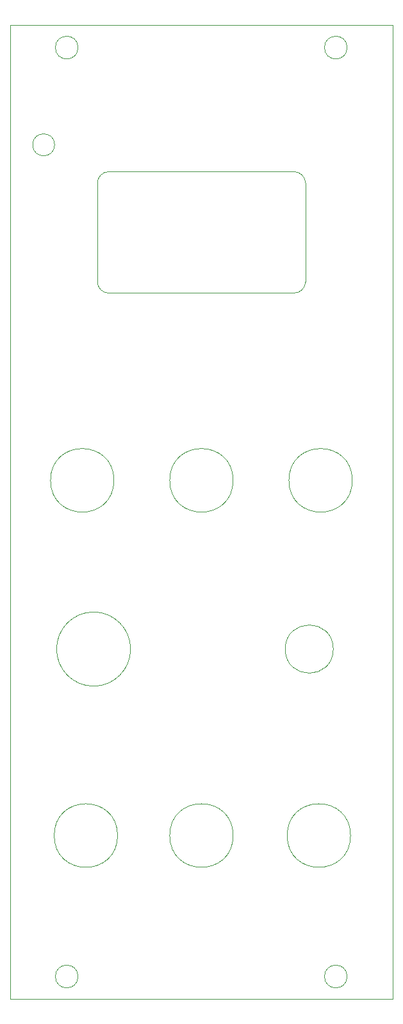
<source format=gm1>
G04 #@! TF.GenerationSoftware,KiCad,Pcbnew,8.0.5*
G04 #@! TF.CreationDate,2024-09-25T17:40:01-05:00*
G04 #@! TF.ProjectId,Front Panel,46726f6e-7420-4506-916e-656c2e6b6963,rev?*
G04 #@! TF.SameCoordinates,Original*
G04 #@! TF.FileFunction,Profile,NP*
%FSLAX46Y46*%
G04 Gerber Fmt 4.6, Leading zero omitted, Abs format (unit mm)*
G04 Created by KiCad (PCBNEW 8.0.5) date 2024-09-25 17:40:01*
%MOMM*%
%LPD*%
G01*
G04 APERTURE LIST*
G04 #@! TA.AperFunction,Profile*
%ADD10C,0.100000*%
G04 #@! TD*
G04 APERTURE END LIST*
D10*
X60051100Y-59373600D02*
X60051100Y-46373600D01*
X60051100Y-46373600D02*
G75*
G02*
X61551100Y-44873600I1500000J0D01*
G01*
X61551100Y-44873600D02*
X86051100Y-44873600D01*
X86051100Y-44873600D02*
G75*
G02*
X87551100Y-46373600I0J-1500000D01*
G01*
X87551100Y-46373600D02*
X87551100Y-59373600D01*
X87551100Y-59373600D02*
G75*
G02*
X86051100Y-60873600I-1500000J0D01*
G01*
X86051100Y-60873600D02*
X61551100Y-60873600D01*
X61551100Y-60873600D02*
G75*
G02*
X60051100Y-59373600I0J1500000D01*
G01*
X91226100Y-107823600D02*
G75*
G02*
X84876100Y-107823600I-3175000J0D01*
G01*
X84876100Y-107823600D02*
G75*
G02*
X91226100Y-107823600I3175000J0D01*
G01*
X64441100Y-107823600D02*
G75*
G02*
X54661100Y-107823600I-4890000J0D01*
G01*
X54661100Y-107823600D02*
G75*
G02*
X64441100Y-107823600I4890000J0D01*
G01*
X93511100Y-132413600D02*
G75*
G02*
X85131100Y-132413600I-4190000J0D01*
G01*
X85131100Y-132413600D02*
G75*
G02*
X93511100Y-132413600I4190000J0D01*
G01*
X77991100Y-132413600D02*
G75*
G02*
X69611100Y-132413600I-4190000J0D01*
G01*
X69611100Y-132413600D02*
G75*
G02*
X77991100Y-132413600I4190000J0D01*
G01*
X62721100Y-132413600D02*
G75*
G02*
X54341100Y-132413600I-4190000J0D01*
G01*
X54341100Y-132413600D02*
G75*
G02*
X62721100Y-132413600I4190000J0D01*
G01*
X93741100Y-85573600D02*
G75*
G02*
X85361100Y-85573600I-4190000J0D01*
G01*
X85361100Y-85573600D02*
G75*
G02*
X93741100Y-85573600I4190000J0D01*
G01*
X77991100Y-85573600D02*
G75*
G02*
X69611100Y-85573600I-4190000J0D01*
G01*
X69611100Y-85573600D02*
G75*
G02*
X77991100Y-85573600I4190000J0D01*
G01*
X62241100Y-85573600D02*
G75*
G02*
X53861100Y-85573600I-4190000J0D01*
G01*
X53861100Y-85573600D02*
G75*
G02*
X62241100Y-85573600I4190000J0D01*
G01*
X54401100Y-41323600D02*
G75*
G02*
X51501100Y-41323600I-1450000J0D01*
G01*
X51501100Y-41323600D02*
G75*
G02*
X54401100Y-41323600I1450000J0D01*
G01*
X93061100Y-28500000D02*
G75*
G02*
X90061100Y-28500000I-1500000J0D01*
G01*
X90061100Y-28500000D02*
G75*
G02*
X93061100Y-28500000I1500000J0D01*
G01*
X57500000Y-28500000D02*
G75*
G02*
X54500000Y-28500000I-1500000J0D01*
G01*
X54500000Y-28500000D02*
G75*
G02*
X57500000Y-28500000I1500000J0D01*
G01*
X93061100Y-151003600D02*
G75*
G02*
X90061100Y-151003600I-1500000J0D01*
G01*
X90061100Y-151003600D02*
G75*
G02*
X93061100Y-151003600I1500000J0D01*
G01*
X57501100Y-151003600D02*
G75*
G02*
X54501100Y-151003600I-1500000J0D01*
G01*
X54501100Y-151003600D02*
G75*
G02*
X57501100Y-151003600I1500000J0D01*
G01*
X48501100Y-25503600D02*
X99101100Y-25503600D01*
X48501100Y-154003600D02*
X48501100Y-25503600D01*
X99101100Y-154003600D02*
X48501100Y-154003600D01*
X99101100Y-25503600D02*
X99101100Y-154003600D01*
X60051100Y-59373600D02*
X60051100Y-46373600D01*
X60051100Y-46373600D02*
G75*
G02*
X61551100Y-44873600I1500000J0D01*
G01*
X61551100Y-44873600D02*
X86051100Y-44873600D01*
X86051100Y-44873600D02*
G75*
G02*
X87551100Y-46373600I0J-1500000D01*
G01*
X87551100Y-46373600D02*
X87551100Y-59373600D01*
X87551100Y-59373600D02*
G75*
G02*
X86051100Y-60873600I-1500000J0D01*
G01*
X86051100Y-60873600D02*
X61551100Y-60873600D01*
X61551100Y-60873600D02*
G75*
G02*
X60051100Y-59373600I0J1500000D01*
G01*
X91226100Y-107823600D02*
G75*
G02*
X84876100Y-107823600I-3175000J0D01*
G01*
X84876100Y-107823600D02*
G75*
G02*
X91226100Y-107823600I3175000J0D01*
G01*
X64441100Y-107823600D02*
G75*
G02*
X54661100Y-107823600I-4890000J0D01*
G01*
X54661100Y-107823600D02*
G75*
G02*
X64441100Y-107823600I4890000J0D01*
G01*
X93511100Y-132413600D02*
G75*
G02*
X85131100Y-132413600I-4190000J0D01*
G01*
X85131100Y-132413600D02*
G75*
G02*
X93511100Y-132413600I4190000J0D01*
G01*
X77991100Y-132413600D02*
G75*
G02*
X69611100Y-132413600I-4190000J0D01*
G01*
X69611100Y-132413600D02*
G75*
G02*
X77991100Y-132413600I4190000J0D01*
G01*
X62721100Y-132413600D02*
G75*
G02*
X54341100Y-132413600I-4190000J0D01*
G01*
X54341100Y-132413600D02*
G75*
G02*
X62721100Y-132413600I4190000J0D01*
G01*
X93741100Y-85573600D02*
G75*
G02*
X85361100Y-85573600I-4190000J0D01*
G01*
X85361100Y-85573600D02*
G75*
G02*
X93741100Y-85573600I4190000J0D01*
G01*
X77991100Y-85573600D02*
G75*
G02*
X69611100Y-85573600I-4190000J0D01*
G01*
X69611100Y-85573600D02*
G75*
G02*
X77991100Y-85573600I4190000J0D01*
G01*
X62241100Y-85573600D02*
G75*
G02*
X53861100Y-85573600I-4190000J0D01*
G01*
X53861100Y-85573600D02*
G75*
G02*
X62241100Y-85573600I4190000J0D01*
G01*
X54401100Y-41323600D02*
G75*
G02*
X51501100Y-41323600I-1450000J0D01*
G01*
X51501100Y-41323600D02*
G75*
G02*
X54401100Y-41323600I1450000J0D01*
G01*
X93061100Y-28500000D02*
G75*
G02*
X90061100Y-28500000I-1500000J0D01*
G01*
X90061100Y-28500000D02*
G75*
G02*
X93061100Y-28500000I1500000J0D01*
G01*
X57500000Y-28500000D02*
G75*
G02*
X54500000Y-28500000I-1500000J0D01*
G01*
X54500000Y-28500000D02*
G75*
G02*
X57500000Y-28500000I1500000J0D01*
G01*
X93061100Y-151003600D02*
G75*
G02*
X90061100Y-151003600I-1500000J0D01*
G01*
X90061100Y-151003600D02*
G75*
G02*
X93061100Y-151003600I1500000J0D01*
G01*
X57501100Y-151003600D02*
G75*
G02*
X54501100Y-151003600I-1500000J0D01*
G01*
X54501100Y-151003600D02*
G75*
G02*
X57501100Y-151003600I1500000J0D01*
G01*
X48501100Y-25503600D02*
X99101100Y-25503600D01*
X48501100Y-154003600D02*
X48501100Y-25503600D01*
X99101100Y-154003600D02*
X48501100Y-154003600D01*
X99101100Y-25503600D02*
X99101100Y-154003600D01*
M02*

</source>
